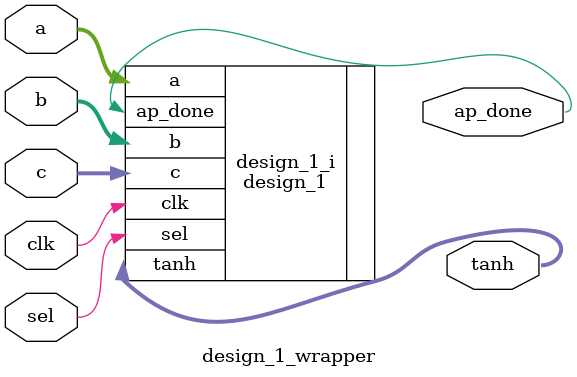
<source format=v>
`timescale 1 ps / 1 ps

module design_1_wrapper
   (a,
    ap_done,
    b,
    c,
    clk,
    sel,
    tanh);
  input [8:0]a;
  output ap_done;
  input [8:0]b;
  input [15:0]c;
  input clk;
  input sel;
  output [31:0]tanh;

  wire [8:0]a;
  wire ap_done;
  wire [8:0]b;
  wire [15:0]c;
  wire clk;
  wire sel;
  wire [31:0]tanh;

  design_1 design_1_i
       (.a(a),
        .ap_done(ap_done),
        .b(b),
        .c(c),
        .clk(clk),
        .sel(sel),
        .tanh(tanh));
endmodule

</source>
